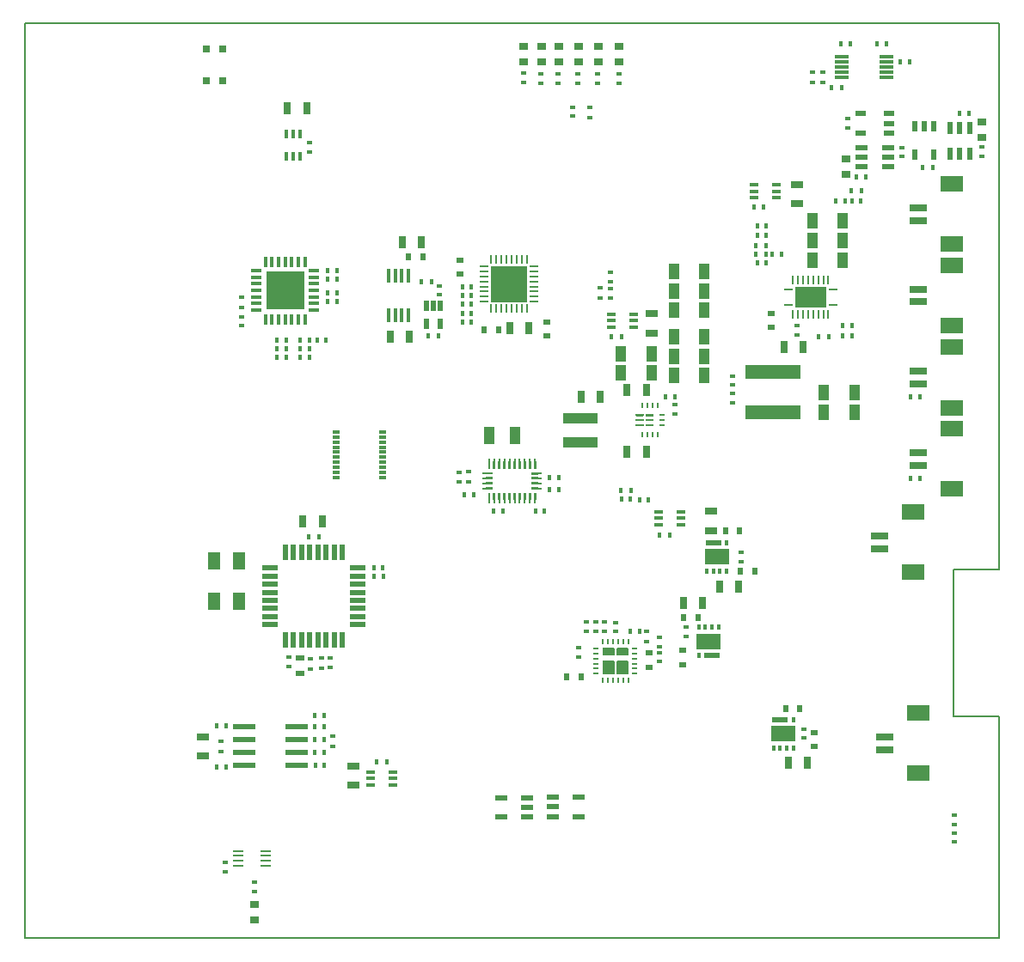
<source format=gtp>
G04*
G04 #@! TF.GenerationSoftware,Altium Limited,Altium Designer,18.1.9 (240)*
G04*
G04 Layer_Color=8421504*
%FSLAX44Y44*%
%MOMM*%
G71*
G01*
G75*
%ADD20C,0.1520*%
%ADD21R,0.6000X0.4000*%
%ADD22R,1.0000X0.2500*%
%ADD23R,0.2500X1.0000*%
%ADD24R,0.4000X0.6000*%
%ADD25R,3.4000X0.9800*%
%ADD26R,0.7000X0.3000*%
%ADD27R,1.8000X0.7000*%
%ADD28R,2.2000X1.6000*%
%ADD29R,0.4500X0.6000*%
%ADD30R,0.6000X0.4500*%
%ADD31R,0.2600X0.9000*%
%ADD32R,0.9000X0.2600*%
%ADD33R,3.0700X2.0700*%
%ADD34R,1.2200X0.6000*%
%ADD35R,1.1112X0.1992*%
%ADD36R,0.9000X0.7000*%
%ADD37R,1.2000X1.8000*%
%ADD38R,1.5000X0.5500*%
%ADD39R,0.5500X1.5000*%
%ADD40R,0.8000X1.3000*%
%ADD41R,1.0000X1.8000*%
%ADD42R,0.8000X0.6000*%
%ADD43R,0.8500X0.3500*%
%ADD44R,1.0000X1.6000*%
%ADD45R,1.3000X0.7000*%
%ADD46R,0.6000X0.8000*%
%ADD47R,0.3000X0.6000*%
%ADD48R,1.6000X0.6000*%
%ADD49R,2.4000X1.6000*%
%ADD50R,0.2400X0.6000*%
%ADD51R,0.6000X0.2400*%
%ADD52R,0.2400X0.5750*%
%ADD53R,0.5750X0.2400*%
%ADD54R,0.3500X0.8500*%
%ADD55R,0.7000X1.3000*%
%ADD56R,5.5000X1.4300*%
%ADD57R,1.2700X0.5588*%
%ADD58R,1.1000X0.6000*%
%ADD59R,0.5588X1.2700*%
%ADD60R,0.6000X1.1000*%
%ADD61R,3.7000X3.7000*%
%ADD62R,1.0400X0.3300*%
%ADD63R,0.3300X1.0400*%
%ADD64R,0.7500X0.7000*%
%ADD65R,1.4500X0.3000*%
%ADD66R,1.3000X0.8000*%
%ADD67R,2.2000X0.6000*%
%ADD68R,0.9000X0.5000*%
%ADD69R,3.6000X3.6000*%
%ADD70R,0.8400X0.2600*%
%ADD71R,0.2600X0.8400*%
%ADD72R,0.4700X1.0000*%
%ADD73R,0.4500X1.3500*%
G36*
X460499Y442151D02*
X453498D01*
Y444648D01*
X460499D01*
Y442151D01*
D02*
G37*
G36*
X463233Y431881D02*
X460750D01*
Y438900D01*
X463233D01*
Y431881D01*
D02*
G37*
G36*
X458225Y431878D02*
X455750D01*
Y438900D01*
X458225D01*
Y431878D01*
D02*
G37*
G36*
X453493Y449643D02*
X460496D01*
Y447154D01*
X453493D01*
Y449643D01*
D02*
G37*
G36*
X453495Y454645D02*
X460495D01*
Y452155D01*
X453495D01*
Y454645D01*
D02*
G37*
G36*
X453484Y459635D02*
X460477D01*
Y457173D01*
X453484D01*
Y459635D01*
D02*
G37*
G36*
X465750Y431889D02*
Y438900D01*
X468244D01*
Y431889D01*
X465750D01*
D02*
G37*
G36*
X470750Y431883D02*
Y438900D01*
X473244D01*
Y431883D01*
X470750D01*
D02*
G37*
G36*
X475750Y431869D02*
Y438900D01*
X478248D01*
Y431869D01*
X475750D01*
D02*
G37*
G36*
X480750Y431867D02*
Y438900D01*
X483257D01*
Y431867D01*
X480750D01*
D02*
G37*
G36*
X485750Y431863D02*
Y438900D01*
X488267D01*
Y431863D01*
X485750D01*
D02*
G37*
G36*
X490750Y431881D02*
Y438900D01*
X493264D01*
Y431881D01*
X490750D01*
D02*
G37*
G36*
X474196Y647340D02*
X460800D01*
Y660765D01*
X474196D01*
Y647340D01*
D02*
G37*
G36*
X474198Y629340D02*
X460800D01*
Y642738D01*
X474198D01*
Y629340D01*
D02*
G37*
G36*
X267830Y622501D02*
X239971D01*
Y650360D01*
X267830D01*
Y622501D01*
D02*
G37*
G36*
X463223Y462920D02*
X460750D01*
Y469900D01*
X463223D01*
Y462920D01*
D02*
G37*
G36*
X473242Y462916D02*
X470750D01*
Y469900D01*
X473242D01*
Y462916D01*
D02*
G37*
G36*
X468246Y462904D02*
X465750D01*
Y469900D01*
X468246D01*
Y462904D01*
D02*
G37*
G36*
X458245Y462903D02*
X455750D01*
Y469900D01*
X458245D01*
Y462903D01*
D02*
G37*
G36*
X492230Y647340D02*
X478800D01*
Y660770D01*
X492230D01*
Y647340D01*
D02*
G37*
G36*
X492221Y629340D02*
X478800D01*
Y642737D01*
X492221D01*
Y629340D01*
D02*
G37*
G36*
X478249Y462907D02*
X475750D01*
Y469900D01*
X478249D01*
Y462907D01*
D02*
G37*
G36*
X483252Y462905D02*
X480750D01*
Y469900D01*
X483252D01*
Y462905D01*
D02*
G37*
G36*
X493255Y462904D02*
X490750D01*
Y469900D01*
X493255D01*
Y462904D01*
D02*
G37*
G36*
X488252Y462903D02*
X485750D01*
Y469900D01*
X488252D01*
Y462903D01*
D02*
G37*
G36*
X579780Y273549D02*
X580280Y273049D01*
Y261049D01*
X579780Y260549D01*
X568900D01*
X568400Y261049D01*
Y273049D01*
X568900Y273549D01*
X579780D01*
D02*
G37*
G36*
X582780D02*
X582280Y273049D01*
Y261049D01*
X582780Y260549D01*
X593660D01*
X594160Y261049D01*
Y273049D01*
X593660Y273549D01*
X582780D01*
D02*
G37*
G36*
X579780Y286349D02*
X580280Y285849D01*
Y279249D01*
X579780Y278749D01*
X568900D01*
X568400Y279249D01*
Y285849D01*
X568900Y286349D01*
X579780D01*
D02*
G37*
G36*
X582780D02*
X582280Y285849D01*
Y279249D01*
X582780Y278749D01*
X593660D01*
X594160Y279249D01*
Y285849D01*
X593660Y286349D01*
X582780D01*
D02*
G37*
G36*
X495750Y431883D02*
Y438900D01*
X498267D01*
Y431883D01*
X495750D01*
D02*
G37*
G36*
X500750Y431887D02*
Y438900D01*
X503266D01*
Y431887D01*
X500750D01*
D02*
G37*
G36*
X505506Y442144D02*
X498502D01*
Y444652D01*
X505506D01*
Y442144D01*
D02*
G37*
G36*
X692565Y368567D02*
X681960D01*
Y383270D01*
X692565D01*
Y368567D01*
D02*
G37*
G36*
X679959Y368563D02*
X669360D01*
Y383270D01*
X679959D01*
Y368563D01*
D02*
G37*
G36*
X684700Y285330D02*
X674101D01*
Y300037D01*
X684700D01*
Y285330D01*
D02*
G37*
G36*
X672100D02*
X661495D01*
Y300033D01*
X672100D01*
Y285330D01*
D02*
G37*
G36*
X758254Y194464D02*
X747649D01*
Y209167D01*
X758254D01*
Y194464D01*
D02*
G37*
G36*
X745648Y194460D02*
X735049D01*
Y209167D01*
X745648D01*
Y194460D01*
D02*
G37*
G36*
X783432Y625546D02*
X765788D01*
Y637438D01*
X783432D01*
Y625546D01*
D02*
G37*
G36*
X618549Y516876D02*
X618642Y516848D01*
X618727Y516802D01*
X618802Y516740D01*
X618864Y516665D01*
X618909Y516580D01*
X618938Y516487D01*
X618947Y516390D01*
Y515180D01*
X618938Y515084D01*
X618909Y514991D01*
X618864Y514905D01*
X618802Y514830D01*
X618727Y514769D01*
X618642Y514723D01*
X618549Y514695D01*
X618452Y514685D01*
X611492D01*
X611396Y514695D01*
X611303Y514723D01*
X611217Y514769D01*
X611142Y514830D01*
X611081Y514905D01*
X611035Y514991D01*
X611007Y515084D01*
X610997Y515180D01*
Y516390D01*
X611007Y516487D01*
X611035Y516580D01*
X611081Y516665D01*
X611142Y516740D01*
X611217Y516802D01*
X611303Y516848D01*
X611396Y516876D01*
X611492Y516885D01*
X618452D01*
X618549Y516876D01*
D02*
G37*
G36*
X608599D02*
X608692Y516848D01*
X608777Y516802D01*
X608852Y516740D01*
X608914Y516665D01*
X608960Y516580D01*
X608988Y516487D01*
X608997Y516390D01*
Y515180D01*
X608988Y515084D01*
X608960Y514991D01*
X608914Y514905D01*
X608852Y514830D01*
X608777Y514769D01*
X608692Y514723D01*
X608599Y514695D01*
X608502Y514685D01*
X601542D01*
X601446Y514695D01*
X601353Y514723D01*
X601267Y514769D01*
X601192Y514830D01*
X601131Y514905D01*
X601085Y514991D01*
X601057Y515084D01*
X601047Y515180D01*
Y516390D01*
X601057Y516487D01*
X601085Y516580D01*
X601131Y516665D01*
X601192Y516740D01*
X601267Y516802D01*
X601353Y516848D01*
X601446Y516876D01*
X601542Y516885D01*
X608502D01*
X608599Y516876D01*
D02*
G37*
G36*
X618541Y512076D02*
X618636Y512047D01*
X618723Y512000D01*
X618800Y511938D01*
X618862Y511861D01*
X618909Y511774D01*
X618937Y511680D01*
X618947Y511581D01*
Y510189D01*
X618937Y510091D01*
X618909Y509996D01*
X618862Y509909D01*
X618800Y509833D01*
X618723Y509770D01*
X618636Y509724D01*
X618541Y509695D01*
X618443Y509685D01*
X611501D01*
X611403Y509695D01*
X611308Y509724D01*
X611221Y509770D01*
X611145Y509833D01*
X611082Y509909D01*
X611035Y509996D01*
X611007Y510091D01*
X610997Y510189D01*
Y511581D01*
X611007Y511680D01*
X611035Y511774D01*
X611082Y511861D01*
X611145Y511938D01*
X611221Y512000D01*
X611308Y512047D01*
X611403Y512076D01*
X611501Y512085D01*
X618443D01*
X618541Y512076D01*
D02*
G37*
G36*
X608591D02*
X608686Y512047D01*
X608773Y512000D01*
X608849Y511938D01*
X608912Y511861D01*
X608959Y511774D01*
X608988Y511680D01*
X608997Y511581D01*
Y510189D01*
X608988Y510091D01*
X608959Y509996D01*
X608912Y509909D01*
X608849Y509833D01*
X608773Y509770D01*
X608686Y509724D01*
X608591Y509695D01*
X608493Y509685D01*
X601551D01*
X601453Y509695D01*
X601358Y509724D01*
X601271Y509770D01*
X601195Y509833D01*
X601132Y509909D01*
X601086Y509996D01*
X601057Y510091D01*
X601047Y510189D01*
Y511581D01*
X601057Y511680D01*
X601086Y511774D01*
X601132Y511861D01*
X601195Y511938D01*
X601271Y512000D01*
X601358Y512047D01*
X601453Y512076D01*
X601551Y512085D01*
X608493D01*
X608591Y512076D01*
D02*
G37*
G36*
X618549Y507076D02*
X618642Y507048D01*
X618727Y507002D01*
X618802Y506940D01*
X618864Y506865D01*
X618909Y506780D01*
X618938Y506687D01*
X618947Y506590D01*
Y505380D01*
X618938Y505284D01*
X618909Y505191D01*
X618864Y505105D01*
X618802Y505030D01*
X618727Y504969D01*
X618642Y504923D01*
X618549Y504895D01*
X618452Y504885D01*
X611492D01*
X611396Y504895D01*
X611303Y504923D01*
X611217Y504969D01*
X611142Y505030D01*
X611081Y505105D01*
X611035Y505191D01*
X611007Y505284D01*
X610997Y505380D01*
Y506590D01*
X611007Y506687D01*
X611035Y506780D01*
X611081Y506865D01*
X611142Y506940D01*
X611217Y507002D01*
X611303Y507048D01*
X611396Y507076D01*
X611492Y507085D01*
X618452D01*
X618549Y507076D01*
D02*
G37*
G36*
X608599D02*
X608692Y507048D01*
X608777Y507002D01*
X608852Y506940D01*
X608914Y506865D01*
X608960Y506780D01*
X608988Y506687D01*
X608997Y506590D01*
Y505380D01*
X608988Y505284D01*
X608960Y505191D01*
X608914Y505105D01*
X608852Y505030D01*
X608777Y504969D01*
X608692Y504923D01*
X608599Y504895D01*
X608502Y504885D01*
X601542D01*
X601446Y504895D01*
X601353Y504923D01*
X601267Y504969D01*
X601192Y505030D01*
X601131Y505105D01*
X601085Y505191D01*
X601057Y505284D01*
X601047Y505380D01*
Y506590D01*
X601057Y506687D01*
X601085Y506780D01*
X601131Y506865D01*
X601192Y506940D01*
X601267Y507002D01*
X601353Y507048D01*
X601446Y507076D01*
X601542Y507085D01*
X608502D01*
X608599Y507076D01*
D02*
G37*
G36*
X503289Y462920D02*
X500750D01*
Y469900D01*
X503289D01*
Y462920D01*
D02*
G37*
G36*
X498258Y462905D02*
X495750D01*
Y469900D01*
X498258D01*
Y462905D01*
D02*
G37*
G36*
X505517Y457133D02*
X498524D01*
Y459674D01*
X505517D01*
Y457133D01*
D02*
G37*
G36*
X505502Y452148D02*
X498501D01*
Y454651D01*
X505502D01*
Y452148D01*
D02*
G37*
G36*
X505518Y447132D02*
X498511D01*
Y449661D01*
X505518D01*
Y447132D01*
D02*
G37*
D20*
X958850Y363220D02*
Y901700D01*
X0D02*
X958850D01*
X0Y0D02*
Y901700D01*
Y0D02*
X958850D01*
Y218440D01*
X914400D02*
X958850D01*
X914400D02*
Y363220D01*
X958850D01*
D21*
X914638Y112100D02*
D03*
Y121100D02*
D03*
Y94900D02*
D03*
Y103900D02*
D03*
X651070Y297730D02*
D03*
Y306730D02*
D03*
X767080Y197318D02*
D03*
Y206318D02*
D03*
X705400Y371620D02*
D03*
Y380620D02*
D03*
X581280Y302230D02*
D03*
Y311230D02*
D03*
X624573Y287796D02*
D03*
Y296796D02*
D03*
X624371Y272720D02*
D03*
Y281720D02*
D03*
X408000Y643300D02*
D03*
Y634300D02*
D03*
X584691Y842973D02*
D03*
Y851973D02*
D03*
X563876Y842973D02*
D03*
Y851973D02*
D03*
X544539Y842973D02*
D03*
Y851973D02*
D03*
X524928Y842973D02*
D03*
Y851973D02*
D03*
X507623Y842973D02*
D03*
Y851973D02*
D03*
X490605Y843973D02*
D03*
Y852973D02*
D03*
X538700Y810200D02*
D03*
Y819200D02*
D03*
X942340Y779723D02*
D03*
Y770723D02*
D03*
X863600Y770460D02*
D03*
Y779460D02*
D03*
X696367Y528179D02*
D03*
Y537179D02*
D03*
Y545379D02*
D03*
Y554379D02*
D03*
X760006Y603628D02*
D03*
Y594628D02*
D03*
X576006Y640411D02*
D03*
Y631411D02*
D03*
X639826Y525728D02*
D03*
Y516728D02*
D03*
X576006Y656201D02*
D03*
Y647201D02*
D03*
X213360Y603610D02*
D03*
Y612610D02*
D03*
X300610Y276264D02*
D03*
Y267264D02*
D03*
X259430Y276864D02*
D03*
Y267864D02*
D03*
X196820Y65824D02*
D03*
Y74824D02*
D03*
X225745Y55400D02*
D03*
Y46400D02*
D03*
D22*
X503500Y458400D02*
D03*
Y453400D02*
D03*
Y448400D02*
D03*
Y443400D02*
D03*
X455500Y458400D02*
D03*
Y453400D02*
D03*
Y448400D02*
D03*
Y443400D02*
D03*
D23*
X457000Y433900D02*
D03*
X462000D02*
D03*
X467000D02*
D03*
X472000D02*
D03*
X477000D02*
D03*
X482000D02*
D03*
X487000D02*
D03*
X492000D02*
D03*
X497000D02*
D03*
X502000D02*
D03*
Y467900D02*
D03*
X497000D02*
D03*
X492000D02*
D03*
X487000D02*
D03*
X482000D02*
D03*
X477000D02*
D03*
X472000D02*
D03*
X467000D02*
D03*
X462000D02*
D03*
X457000D02*
D03*
D24*
X595905Y302260D02*
D03*
X604905D02*
D03*
X439450Y624940D02*
D03*
X430450D02*
D03*
X439450Y616280D02*
D03*
X430450D02*
D03*
X439450Y607620D02*
D03*
X430450D02*
D03*
X439450Y633600D02*
D03*
X430450D02*
D03*
X352480Y357104D02*
D03*
X343480D02*
D03*
X818536Y750206D02*
D03*
X827536D02*
D03*
X929060Y812800D02*
D03*
X920060D02*
D03*
X430450Y642540D02*
D03*
X439450D02*
D03*
X871800Y453400D02*
D03*
X880800D02*
D03*
X871800Y533400D02*
D03*
X880800D02*
D03*
X285090Y219810D02*
D03*
X294090D02*
D03*
Y208380D02*
D03*
X285090D02*
D03*
Y195680D02*
D03*
X294090D02*
D03*
X294670Y170280D02*
D03*
X285670D02*
D03*
X188570Y209650D02*
D03*
X197570D02*
D03*
X188570Y169010D02*
D03*
X197570D02*
D03*
X285100Y183500D02*
D03*
X294100D02*
D03*
X525200Y454277D02*
D03*
X516200D02*
D03*
X432380Y436880D02*
D03*
X441380D02*
D03*
X511450Y421000D02*
D03*
X502450D02*
D03*
X525200Y441960D02*
D03*
X516200D02*
D03*
X814036Y726440D02*
D03*
X823036D02*
D03*
X729978Y693237D02*
D03*
X720978D02*
D03*
X729978Y665619D02*
D03*
X720978D02*
D03*
X744726Y674208D02*
D03*
X735726D02*
D03*
X798493Y726440D02*
D03*
X807493D02*
D03*
X729978Y701826D02*
D03*
X720978D02*
D03*
X630500Y533400D02*
D03*
X639500D02*
D03*
X861640Y863600D02*
D03*
X870640D02*
D03*
X838900Y881700D02*
D03*
X847900D02*
D03*
X812340D02*
D03*
X803340D02*
D03*
X256800Y580900D02*
D03*
X247800D02*
D03*
X256799Y589390D02*
D03*
X247799D02*
D03*
X256760Y572370D02*
D03*
X247760D02*
D03*
X279700Y580900D02*
D03*
X270700D02*
D03*
X279660Y589390D02*
D03*
X270660D02*
D03*
X279620Y572370D02*
D03*
X270620D02*
D03*
X296240Y589280D02*
D03*
X287240D02*
D03*
X298100Y627800D02*
D03*
X307100D02*
D03*
Y636000D02*
D03*
X298100D02*
D03*
X306700Y650100D02*
D03*
X297700D02*
D03*
X297870Y658160D02*
D03*
X306870D02*
D03*
X343120Y365647D02*
D03*
X352120D02*
D03*
X596226Y432616D02*
D03*
X587226D02*
D03*
X613900Y432466D02*
D03*
X604900D02*
D03*
D25*
X546524Y512593D02*
D03*
Y488893D02*
D03*
D26*
X305900Y454200D02*
D03*
X351900D02*
D03*
X305900Y459200D02*
D03*
X351900D02*
D03*
X305900Y464200D02*
D03*
X351900D02*
D03*
X305900Y469200D02*
D03*
X351900D02*
D03*
X305900Y474200D02*
D03*
X351900D02*
D03*
X305900Y479200D02*
D03*
X351900D02*
D03*
X305900Y484200D02*
D03*
X351900D02*
D03*
X305900Y489200D02*
D03*
X351900D02*
D03*
X305900Y494200D02*
D03*
X351900D02*
D03*
X305900Y499200D02*
D03*
X351900D02*
D03*
D27*
X879165Y707726D02*
D03*
Y720226D02*
D03*
X879165Y627481D02*
D03*
Y639981D02*
D03*
X879164Y559011D02*
D03*
Y546511D02*
D03*
Y478766D02*
D03*
Y466266D02*
D03*
X841080Y396680D02*
D03*
Y384180D02*
D03*
X846160Y198560D02*
D03*
Y186060D02*
D03*
D28*
X912165Y684226D02*
D03*
Y743726D02*
D03*
X912165Y603981D02*
D03*
Y663481D02*
D03*
X912164Y582510D02*
D03*
Y523011D02*
D03*
Y502266D02*
D03*
Y442766D02*
D03*
X874080Y420180D02*
D03*
Y360680D02*
D03*
X879160Y222060D02*
D03*
Y162560D02*
D03*
D29*
X634951Y397223D02*
D03*
X624951D02*
D03*
X346100Y173700D02*
D03*
X356100D02*
D03*
X727400Y720700D02*
D03*
X717400D02*
D03*
X587400Y593044D02*
D03*
X577400D02*
D03*
X390250Y646864D02*
D03*
X400250D02*
D03*
X396820Y593598D02*
D03*
X406820D02*
D03*
X279400Y395524D02*
D03*
X289400D02*
D03*
X884080Y759460D02*
D03*
X894080D02*
D03*
X460900Y421000D02*
D03*
X470900D02*
D03*
X813233Y736600D02*
D03*
X823233D02*
D03*
X719728Y674208D02*
D03*
X729728D02*
D03*
X814649Y604187D02*
D03*
X804649D02*
D03*
X719728Y682797D02*
D03*
X729728D02*
D03*
X814649Y594027D02*
D03*
X804649D02*
D03*
X781456Y593217D02*
D03*
X791456D02*
D03*
X794090Y838200D02*
D03*
X804090D02*
D03*
X586726Y441536D02*
D03*
X596726D02*
D03*
D30*
X280401Y784780D02*
D03*
Y774780D02*
D03*
X545380Y286940D02*
D03*
Y276940D02*
D03*
X612140Y302730D02*
D03*
Y292730D02*
D03*
X552986Y312340D02*
D03*
Y302340D02*
D03*
X562155Y312340D02*
D03*
Y302340D02*
D03*
X570780Y312340D02*
D03*
Y302340D02*
D03*
X291740Y266124D02*
D03*
Y276124D02*
D03*
X281014Y265564D02*
D03*
Y275564D02*
D03*
X556300Y819100D02*
D03*
Y809100D02*
D03*
X810260Y808373D02*
D03*
Y798373D02*
D03*
X302900Y199330D02*
D03*
Y189330D02*
D03*
X193070Y194330D02*
D03*
Y184330D02*
D03*
X436880Y459767D02*
D03*
Y449767D02*
D03*
X426948Y459660D02*
D03*
Y449660D02*
D03*
X566440Y631393D02*
D03*
Y641393D02*
D03*
X785130Y843758D02*
D03*
Y853758D02*
D03*
X774970Y843758D02*
D03*
Y853758D02*
D03*
X213360Y622160D02*
D03*
Y632160D02*
D03*
D31*
X790958Y615418D02*
D03*
X755959Y649118D02*
D03*
Y615418D02*
D03*
X760958D02*
D03*
X765958D02*
D03*
X770959D02*
D03*
X775958D02*
D03*
X780959D02*
D03*
X785958D02*
D03*
X790958Y649118D02*
D03*
X785958D02*
D03*
X780959D02*
D03*
X775958D02*
D03*
X770959D02*
D03*
X765958D02*
D03*
X760958D02*
D03*
D32*
X795309Y624768D02*
D03*
X751609Y639768D02*
D03*
Y624768D02*
D03*
X795309Y639768D02*
D03*
D33*
X773458Y632268D02*
D03*
D34*
X468945Y119736D02*
D03*
Y138736D02*
D03*
X493845D02*
D03*
Y129236D02*
D03*
Y119736D02*
D03*
X544645Y139040D02*
D03*
Y120040D02*
D03*
X519745D02*
D03*
Y129540D02*
D03*
Y139040D02*
D03*
D35*
X210020Y71240D02*
D03*
Y76240D02*
D03*
Y81240D02*
D03*
Y86240D02*
D03*
X237020D02*
D03*
Y81240D02*
D03*
Y76240D02*
D03*
Y71240D02*
D03*
D36*
X225745Y33000D02*
D03*
Y18000D02*
D03*
X807949Y768446D02*
D03*
Y753446D02*
D03*
X942340Y804730D02*
D03*
Y789730D02*
D03*
X585043Y879163D02*
D03*
Y864163D02*
D03*
X564329Y879163D02*
D03*
Y864163D02*
D03*
X545094Y879163D02*
D03*
Y864163D02*
D03*
X525585Y879163D02*
D03*
Y864163D02*
D03*
X508381Y879163D02*
D03*
Y864163D02*
D03*
X490857Y879163D02*
D03*
Y864163D02*
D03*
D37*
X210460Y372344D02*
D03*
Y332344D02*
D03*
X186460D02*
D03*
Y372344D02*
D03*
D38*
X327300Y365104D02*
D03*
Y357104D02*
D03*
Y349104D02*
D03*
Y341104D02*
D03*
Y333104D02*
D03*
Y325104D02*
D03*
Y317104D02*
D03*
Y309104D02*
D03*
X241300D02*
D03*
Y317104D02*
D03*
Y325104D02*
D03*
Y333104D02*
D03*
Y341104D02*
D03*
Y349104D02*
D03*
Y357104D02*
D03*
Y365104D02*
D03*
D39*
X312300Y294104D02*
D03*
X304300D02*
D03*
X296300D02*
D03*
X288300D02*
D03*
X280300D02*
D03*
X272300D02*
D03*
X264300D02*
D03*
X256300D02*
D03*
Y380104D02*
D03*
X264300D02*
D03*
X272300D02*
D03*
X280300D02*
D03*
X288300D02*
D03*
X296300D02*
D03*
X304300D02*
D03*
X312300D02*
D03*
D40*
X292607Y410764D02*
D03*
X273607D02*
D03*
X751459Y172720D02*
D03*
X770459D02*
D03*
X611847Y479730D02*
D03*
X592847D02*
D03*
X683920Y347050D02*
D03*
X702920D02*
D03*
X667360Y330200D02*
D03*
X648360D02*
D03*
X592847Y540690D02*
D03*
X611847D02*
D03*
X477160Y601650D02*
D03*
X496160D02*
D03*
X378420Y592604D02*
D03*
X359420D02*
D03*
X390460Y685904D02*
D03*
X371460D02*
D03*
D41*
X482400Y495300D02*
D03*
X457400D02*
D03*
D42*
X513461Y593456D02*
D03*
Y607456D02*
D03*
X776600Y203080D02*
D03*
Y189080D02*
D03*
X647700Y283864D02*
D03*
Y269864D02*
D03*
X614680Y281320D02*
D03*
Y267320D02*
D03*
X734349Y602288D02*
D03*
Y616288D02*
D03*
X428244Y654535D02*
D03*
Y668535D02*
D03*
D43*
X577351Y615374D02*
D03*
Y608875D02*
D03*
Y602374D02*
D03*
X599351D02*
D03*
Y608875D02*
D03*
Y615374D02*
D03*
X624000Y420520D02*
D03*
Y414020D02*
D03*
Y407520D02*
D03*
X646000D02*
D03*
Y414020D02*
D03*
Y420520D02*
D03*
X362340Y151120D02*
D03*
Y157620D02*
D03*
Y164120D02*
D03*
X340340D02*
D03*
Y157620D02*
D03*
Y151120D02*
D03*
X717686Y742788D02*
D03*
Y736288D02*
D03*
Y729788D02*
D03*
X739686D02*
D03*
Y736288D02*
D03*
Y742788D02*
D03*
D44*
X805229Y687914D02*
D03*
X775229D02*
D03*
X805229Y668169D02*
D03*
X775229D02*
D03*
X805229Y707659D02*
D03*
X775229D02*
D03*
X638712Y657338D02*
D03*
X668712D02*
D03*
X638712Y638275D02*
D03*
X668712D02*
D03*
X638712Y619212D02*
D03*
X668712D02*
D03*
X638712Y592813D02*
D03*
X668712D02*
D03*
X638712Y573750D02*
D03*
X668712D02*
D03*
X638712Y554687D02*
D03*
X668712D02*
D03*
X616726Y576250D02*
D03*
X586726D02*
D03*
X786562Y518411D02*
D03*
X816562D02*
D03*
X786562Y538168D02*
D03*
X816562D02*
D03*
X616726Y557700D02*
D03*
X586726D02*
D03*
D45*
X760006Y724248D02*
D03*
Y743248D02*
D03*
X323100Y169700D02*
D03*
Y150700D02*
D03*
X675640Y401980D02*
D03*
Y420980D02*
D03*
X616809Y615675D02*
D03*
Y596675D02*
D03*
D46*
X762959Y226060D02*
D03*
X748959D02*
D03*
X703495Y401320D02*
D03*
X689495D02*
D03*
X648320Y316040D02*
D03*
X662320D02*
D03*
X533300Y257704D02*
D03*
X547300D02*
D03*
X704467Y361920D02*
D03*
X718467D02*
D03*
X466000Y599440D02*
D03*
X452000D02*
D03*
X377460Y671408D02*
D03*
X391460D02*
D03*
D47*
X736899Y187817D02*
D03*
X743399D02*
D03*
X749899D02*
D03*
X756399D02*
D03*
Y215818D02*
D03*
X671210Y361920D02*
D03*
X677710D02*
D03*
X684210D02*
D03*
X690710D02*
D03*
Y389920D02*
D03*
X682850Y306680D02*
D03*
X676350D02*
D03*
X669850D02*
D03*
X663350D02*
D03*
Y278680D02*
D03*
D48*
X743399Y215818D02*
D03*
X677710Y389920D02*
D03*
X676350Y278680D02*
D03*
D49*
X746649Y201817D02*
D03*
X680960Y375920D02*
D03*
X673100Y292680D02*
D03*
D50*
X608047Y524885D02*
D03*
X613047D02*
D03*
X618047D02*
D03*
X623047D02*
D03*
Y496885D02*
D03*
X618047D02*
D03*
X613047D02*
D03*
X608047D02*
D03*
D51*
X627047Y515885D02*
D03*
Y510885D02*
D03*
Y505885D02*
D03*
D52*
X593780Y254174D02*
D03*
X588780D02*
D03*
X583780D02*
D03*
X578780D02*
D03*
X573780D02*
D03*
X568780D02*
D03*
Y292424D02*
D03*
X573780D02*
D03*
X578780D02*
D03*
X583780D02*
D03*
X588780D02*
D03*
X593780D02*
D03*
D53*
X562155Y260799D02*
D03*
Y265799D02*
D03*
Y270799D02*
D03*
Y275799D02*
D03*
Y280799D02*
D03*
Y285799D02*
D03*
X600405D02*
D03*
Y280799D02*
D03*
Y275799D02*
D03*
Y270799D02*
D03*
Y265799D02*
D03*
Y260799D02*
D03*
D54*
X257541Y792484D02*
D03*
X264041D02*
D03*
X270541D02*
D03*
Y770484D02*
D03*
X264041D02*
D03*
X257541D02*
D03*
D55*
X258201Y818290D02*
D03*
X277201D02*
D03*
X566185Y533451D02*
D03*
X547185D02*
D03*
X766420Y582510D02*
D03*
X747420D02*
D03*
D56*
X736600Y558680D02*
D03*
Y518280D02*
D03*
D57*
X849794Y760795D02*
D03*
Y770193D02*
D03*
Y779591D02*
D03*
X823886D02*
D03*
Y770193D02*
D03*
Y760795D02*
D03*
D58*
X851036Y793873D02*
D03*
Y803373D02*
D03*
Y812873D02*
D03*
X823036D02*
D03*
Y793873D02*
D03*
D59*
X929878Y798974D02*
D03*
X920480D02*
D03*
X911082D02*
D03*
Y773066D02*
D03*
X920480D02*
D03*
X929878D02*
D03*
D60*
X895080Y800216D02*
D03*
X885580D02*
D03*
X876080D02*
D03*
Y772216D02*
D03*
X895080D02*
D03*
D61*
X256130Y638660D02*
D03*
D62*
X284480Y658160D02*
D03*
Y651660D02*
D03*
Y645160D02*
D03*
Y638660D02*
D03*
Y632160D02*
D03*
Y625660D02*
D03*
Y619160D02*
D03*
X227780D02*
D03*
Y625660D02*
D03*
Y632160D02*
D03*
Y638660D02*
D03*
Y645160D02*
D03*
Y651660D02*
D03*
Y658160D02*
D03*
D63*
X236630Y667010D02*
D03*
X243130D02*
D03*
X249630D02*
D03*
X256130D02*
D03*
X262630D02*
D03*
X269130D02*
D03*
X275630D02*
D03*
Y610310D02*
D03*
X269130D02*
D03*
X262630D02*
D03*
X256130D02*
D03*
X249630D02*
D03*
X243130D02*
D03*
X236630D02*
D03*
D64*
X178210Y877060D02*
D03*
Y845060D02*
D03*
X194710D02*
D03*
Y877060D02*
D03*
D65*
X804090Y868758D02*
D03*
Y863758D02*
D03*
Y858758D02*
D03*
Y853758D02*
D03*
Y848758D02*
D03*
X848090Y868758D02*
D03*
Y863758D02*
D03*
Y858758D02*
D03*
Y853758D02*
D03*
Y848758D02*
D03*
D66*
X175290Y198830D02*
D03*
Y179830D02*
D03*
D67*
X267330Y170280D02*
D03*
Y182980D02*
D03*
Y208380D02*
D03*
X215330Y170280D02*
D03*
Y182980D02*
D03*
Y208380D02*
D03*
X267330Y195680D02*
D03*
X215330D02*
D03*
D68*
X270470Y276184D02*
D03*
Y261184D02*
D03*
D69*
X476500Y645040D02*
D03*
D70*
X452150Y627540D02*
D03*
Y632540D02*
D03*
Y637540D02*
D03*
Y642540D02*
D03*
Y647540D02*
D03*
Y652540D02*
D03*
Y657540D02*
D03*
Y662540D02*
D03*
X500850D02*
D03*
Y657540D02*
D03*
Y652540D02*
D03*
Y647540D02*
D03*
Y642540D02*
D03*
Y637540D02*
D03*
Y632540D02*
D03*
Y627540D02*
D03*
D71*
X494000Y620690D02*
D03*
X489000D02*
D03*
X484000D02*
D03*
X479000D02*
D03*
X474000D02*
D03*
X469000D02*
D03*
X464000D02*
D03*
X459000D02*
D03*
Y669390D02*
D03*
X464000D02*
D03*
X469000D02*
D03*
X474000D02*
D03*
X479000D02*
D03*
X484000D02*
D03*
X489000D02*
D03*
X494000D02*
D03*
D72*
X401820Y623744D02*
D03*
X395320Y605744D02*
D03*
X408320D02*
D03*
X395320Y623744D02*
D03*
X408320D02*
D03*
D73*
X357770Y613804D02*
D03*
X364270D02*
D03*
X370770D02*
D03*
X377270D02*
D03*
X357770Y653304D02*
D03*
X364270D02*
D03*
X370770D02*
D03*
X377270D02*
D03*
M02*

</source>
